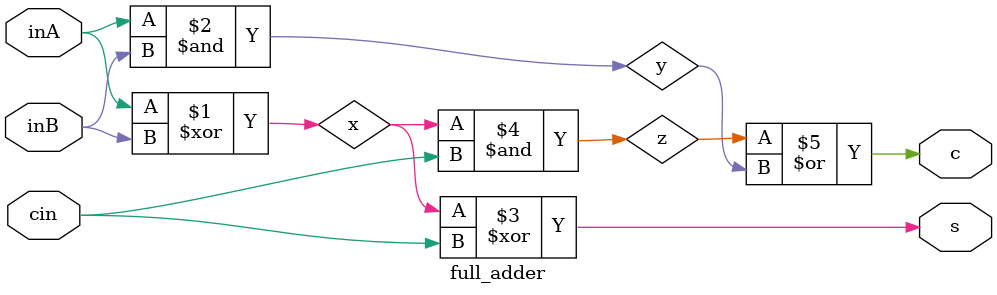
<source format=v>

`timescale 1ns/1ns


module full_adder (output s , output c , input inA , input inB , input cin);
wire x ,y ,z ;
xor(x,inA,inB);
and(y,inA,inB);
xor(s,x,cin);
and(z,x,cin);
or(c,z,y);
endmodule
</source>
